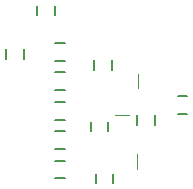
<source format=gbo>
G04 Layer_Color=32896*
%FSLAX25Y25*%
%MOIN*%
G70*
G01*
G75*
%ADD19C,0.00787*%
%ADD20C,0.00394*%
D19*
X-8465Y19882D02*
X-5315D01*
X-8465Y13976D02*
X-5315D01*
X5020Y-26870D02*
Y-23720D01*
X10925Y-26870D02*
Y-23720D01*
X-8465Y-19291D02*
X-5315D01*
X-8465Y-25197D02*
X-5315D01*
X-8465Y-15403D02*
X-5315D01*
X-8465Y-9498D02*
X-5315D01*
X-8465Y295D02*
X-5315D01*
X-8465Y-5610D02*
X-5315D01*
X-8465Y4183D02*
X-5315D01*
X-8465Y10089D02*
X-5315D01*
X-18996Y14665D02*
Y17815D01*
X-24902Y14665D02*
Y17815D01*
X32480Y-3642D02*
X35630D01*
X32480Y2264D02*
X35630D01*
X18799Y-7283D02*
Y-4134D01*
X24705Y-7283D02*
Y-4134D01*
X4626Y10925D02*
Y14075D01*
X10531Y10925D02*
Y14075D01*
X3347Y-9449D02*
Y-6299D01*
X9252Y-9449D02*
Y-6299D01*
X-8661Y29134D02*
Y32283D01*
X-14567Y29134D02*
Y32283D01*
D20*
X18721Y-22008D02*
Y-17244D01*
X19311Y4961D02*
Y9724D01*
X11358Y-4154D02*
X16122D01*
M02*

</source>
